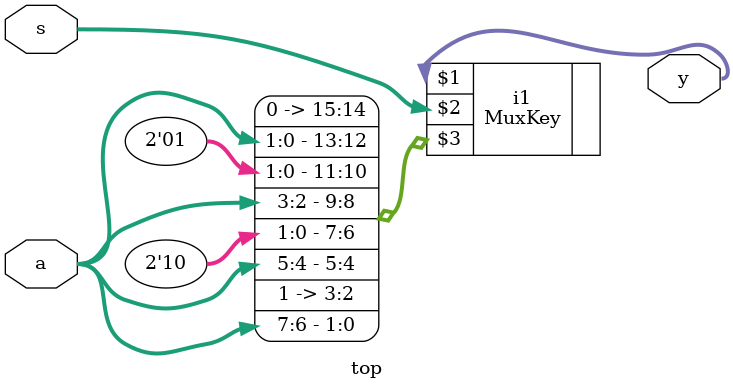
<source format=v>
module top(a, s, y);
    input [7:0] a;
    input [1:0] s;
    output reg [1:0] y;

    MuxKey #(4, 2, 2) i1 (y, s, {
        2'b00, a[1:0],
        2'b01, a[3:2],
        2'b10, a[5:4],
        2'b11, a[7:6]
    });

//   input  [3:0] a;
//   input  [1:0] s;
//   output y;
//   MuxKeyWithDefault #(4, 2, 1) i0 (y, s, 1'b0, {
//     2'b00, a[0],
//     2'b01, a[1],
//     2'b10, a[2],
//     2'b11, a[3]
//   });

endmodule
</source>
